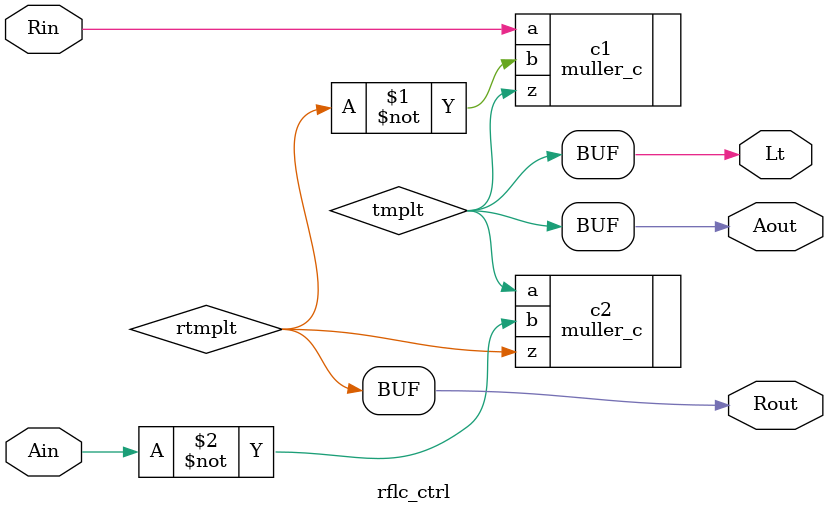
<source format=v>
`timescale 1ns / 1ps


module rflc_ctrl(
    Rin,
    Aout,
    Ain,
    Rout,
    Lt
    );
    input Rin;
    input Ain;
    output Aout;
    output Rout;
    output Lt;
    wire tmplt,rtmplt;
    assign Aout = tmplt;
    assign Lt = tmplt;
    assign Rout = rtmplt;
    
    muller_c c1(
        .a(Rin),
        .b(~rtmplt),
        .z(tmplt)
    );
    muller_c c2(
        .a(tmplt),
        .b(~Ain),
        .z(rtmplt)
    );
    
endmodule

</source>
